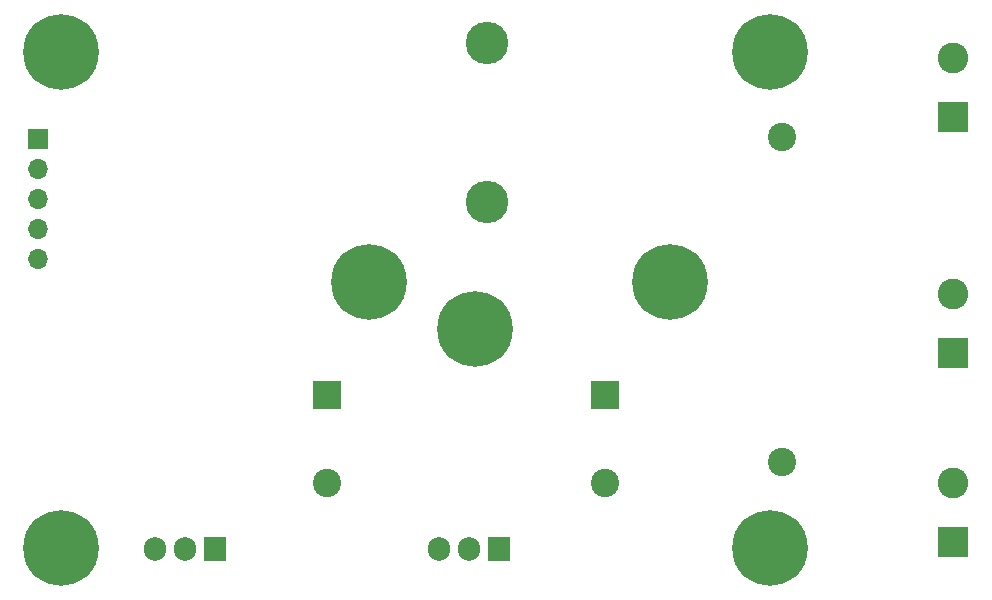
<source format=gbs>
%TF.GenerationSoftware,KiCad,Pcbnew,(6.0.6-1)-1*%
%TF.CreationDate,2022-07-07T18:25:44+02:00*%
%TF.ProjectId,beef_bridge,62656566-5f62-4726-9964-67652e6b6963,rev?*%
%TF.SameCoordinates,Original*%
%TF.FileFunction,Soldermask,Bot*%
%TF.FilePolarity,Negative*%
%FSLAX46Y46*%
G04 Gerber Fmt 4.6, Leading zero omitted, Abs format (unit mm)*
G04 Created by KiCad (PCBNEW (6.0.6-1)-1) date 2022-07-07 18:25:44*
%MOMM*%
%LPD*%
G01*
G04 APERTURE LIST*
%ADD10R,1.905000X2.000000*%
%ADD11O,1.905000X2.000000*%
%ADD12R,2.600000X2.600000*%
%ADD13C,2.600000*%
%ADD14C,0.800000*%
%ADD15C,6.400000*%
%ADD16R,1.700000X1.700000*%
%ADD17O,1.700000X1.700000*%
%ADD18C,2.400000*%
%ADD19R,2.400000X2.400000*%
%ADD20C,3.600000*%
G04 APERTURE END LIST*
D10*
%TO.C,Q1*%
X151785000Y-124310000D03*
D11*
X149245000Y-124310000D03*
X146705000Y-124310000D03*
%TD*%
D12*
%TO.C,J3*%
X190245000Y-107755000D03*
D13*
X190245000Y-102755000D03*
%TD*%
D14*
%TO.C,H3*%
X176442056Y-80557944D03*
X172345000Y-82255000D03*
X173047944Y-83952056D03*
D15*
X174745000Y-82255000D03*
D14*
X174745000Y-79855000D03*
X177145000Y-82255000D03*
X173047944Y-80557944D03*
X176442056Y-83952056D03*
X174745000Y-84655000D03*
%TD*%
D12*
%TO.C,J2*%
X190245000Y-123755000D03*
D13*
X190245000Y-118755000D03*
%TD*%
D14*
%TO.C,H6*%
X166245000Y-99355000D03*
X164547944Y-100057944D03*
X167942056Y-100057944D03*
X167942056Y-103452056D03*
X163845000Y-101755000D03*
X164547944Y-103452056D03*
D15*
X166245000Y-101755000D03*
D14*
X166245000Y-104155000D03*
X168645000Y-101755000D03*
%TD*%
D15*
%TO.C,H2*%
X114745000Y-124255000D03*
D14*
X116442056Y-122557944D03*
X113047944Y-125952056D03*
X114745000Y-126655000D03*
X112345000Y-124255000D03*
X113047944Y-122557944D03*
X117145000Y-124255000D03*
X114745000Y-121855000D03*
X116442056Y-125952056D03*
%TD*%
D16*
%TO.C,J4*%
X112745000Y-89635000D03*
D17*
X112745000Y-92175000D03*
X112745000Y-94715000D03*
X112745000Y-97255000D03*
X112745000Y-99795000D03*
%TD*%
D18*
%TO.C,C6*%
X175745000Y-117005000D03*
X175745000Y-89505000D03*
%TD*%
D14*
%TO.C,H7*%
X139047944Y-100057944D03*
D15*
X140745000Y-101755000D03*
D14*
X138345000Y-101755000D03*
X143145000Y-101755000D03*
X140745000Y-99355000D03*
X142442056Y-103452056D03*
X142442056Y-100057944D03*
X139047944Y-103452056D03*
X140745000Y-104155000D03*
%TD*%
D19*
%TO.C,C2*%
X160745000Y-111277220D03*
D18*
X160745000Y-118777220D03*
%TD*%
D20*
%TO.C,L1*%
X150745000Y-95000000D03*
X150745000Y-81500000D03*
%TD*%
D14*
%TO.C,H4*%
X173047944Y-122557944D03*
X173047944Y-125952056D03*
X172345000Y-124255000D03*
X174745000Y-121855000D03*
X174745000Y-126655000D03*
X177145000Y-124255000D03*
X176442056Y-125952056D03*
D15*
X174745000Y-124255000D03*
D14*
X176442056Y-122557944D03*
%TD*%
D10*
%TO.C,Q2*%
X127785000Y-124310000D03*
D11*
X125245000Y-124310000D03*
X122705000Y-124310000D03*
%TD*%
D14*
%TO.C,H1*%
X116442056Y-83952056D03*
X113047944Y-83952056D03*
X117145000Y-82255000D03*
D15*
X114745000Y-82255000D03*
D14*
X113047944Y-80557944D03*
X114745000Y-84655000D03*
X116442056Y-80557944D03*
X114745000Y-79855000D03*
X112345000Y-82255000D03*
%TD*%
D19*
%TO.C,C3*%
X137245000Y-111277220D03*
D18*
X137245000Y-118777220D03*
%TD*%
D12*
%TO.C,J1*%
X190245000Y-87755000D03*
D13*
X190245000Y-82755000D03*
%TD*%
D15*
%TO.C,H5*%
X149745000Y-105755000D03*
D14*
X148047944Y-104057944D03*
X151442056Y-104057944D03*
X151442056Y-107452056D03*
X147345000Y-105755000D03*
X148047944Y-107452056D03*
X152145000Y-105755000D03*
X149745000Y-103355000D03*
X149745000Y-108155000D03*
%TD*%
M02*

</source>
